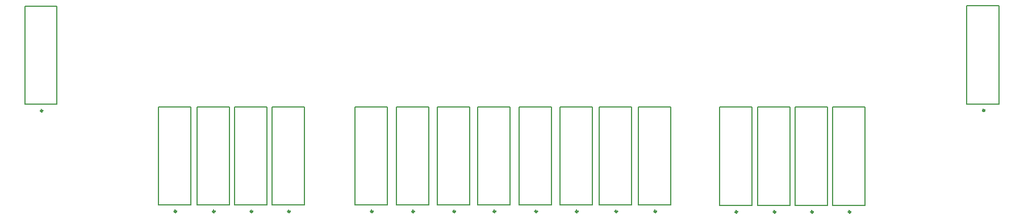
<source format=gbr>
G04 #@! TF.GenerationSoftware,KiCad,Pcbnew,(6.0.5)*
G04 #@! TF.CreationDate,2022-06-02T00:44:05-04:00*
G04 #@! TF.ProjectId,BBB_16,4242425f-3136-42e6-9b69-6361645f7063,v2.1*
G04 #@! TF.SameCoordinates,Original*
G04 #@! TF.FileFunction,Other,ECO2*
%FSLAX46Y46*%
G04 Gerber Fmt 4.6, Leading zero omitted, Abs format (unit mm)*
G04 Created by KiCad (PCBNEW (6.0.5)) date 2022-06-02 00:44:05*
%MOMM*%
%LPD*%
G01*
G04 APERTURE LIST*
%ADD10C,0.127000*%
%ADD11C,0.300000*%
G04 APERTURE END LIST*
D10*
X71882600Y-136638600D02*
X71882600Y-121938600D01*
X76682600Y-136638600D02*
X71882600Y-136638600D01*
X76682600Y-121938600D02*
X76682600Y-136638600D01*
X71882600Y-121938600D02*
X76682600Y-121938600D01*
D11*
X74524020Y-137588600D02*
G75*
G03*
X74524020Y-137588600I-141420J0D01*
G01*
D10*
X96622600Y-151688600D02*
X91822600Y-151688600D01*
X91822600Y-151688600D02*
X91822600Y-136988600D01*
X91822600Y-136988600D02*
X96622600Y-136988600D01*
X96622600Y-136988600D02*
X96622600Y-151688600D01*
D11*
X94464020Y-152638600D02*
G75*
G03*
X94464020Y-152638600I-141420J0D01*
G01*
D10*
X133392600Y-151698600D02*
X133392600Y-136998600D01*
X133392600Y-136998600D02*
X138192600Y-136998600D01*
X138192600Y-136998600D02*
X138192600Y-151698600D01*
X138192600Y-151698600D02*
X133392600Y-151698600D01*
D11*
X136034020Y-152648600D02*
G75*
G03*
X136034020Y-152648600I-141420J0D01*
G01*
D10*
X181153100Y-151763600D02*
X181153100Y-137063600D01*
X181153100Y-137063600D02*
X185953100Y-137063600D01*
X185953100Y-137063600D02*
X185953100Y-151763600D01*
X185953100Y-151763600D02*
X181153100Y-151763600D01*
D11*
X183794520Y-152713600D02*
G75*
G03*
X183794520Y-152713600I-141420J0D01*
G01*
D10*
X97567600Y-137003600D02*
X102367600Y-137003600D01*
X102367600Y-151703600D02*
X97567600Y-151703600D01*
X102367600Y-137003600D02*
X102367600Y-151703600D01*
X97567600Y-151703600D02*
X97567600Y-137003600D01*
D11*
X100209020Y-152653600D02*
G75*
G03*
X100209020Y-152653600I-141420J0D01*
G01*
D10*
X132072600Y-136998600D02*
X132072600Y-151698600D01*
X132072600Y-151698600D02*
X127272600Y-151698600D01*
X127272600Y-151698600D02*
X127272600Y-136998600D01*
X127272600Y-136998600D02*
X132072600Y-136998600D01*
D11*
X129914020Y-152648600D02*
G75*
G03*
X129914020Y-152648600I-141420J0D01*
G01*
D10*
X139393100Y-151698600D02*
X139393100Y-136998600D01*
X144193100Y-136998600D02*
X144193100Y-151698600D01*
X144193100Y-151698600D02*
X139393100Y-151698600D01*
X139393100Y-136998600D02*
X144193100Y-136998600D01*
D11*
X142034520Y-152648600D02*
G75*
G03*
X142034520Y-152648600I-141420J0D01*
G01*
D10*
X150402600Y-136998600D02*
X150402600Y-151698600D01*
X145602600Y-151698600D02*
X145602600Y-136998600D01*
X145602600Y-136998600D02*
X150402600Y-136998600D01*
X150402600Y-151698600D02*
X145602600Y-151698600D01*
D11*
X148244020Y-152648600D02*
G75*
G03*
X148244020Y-152648600I-141420J0D01*
G01*
D10*
X156462600Y-136998600D02*
X156462600Y-151698600D01*
X151662600Y-136998600D02*
X156462600Y-136998600D01*
X156462600Y-151698600D02*
X151662600Y-151698600D01*
X151662600Y-151698600D02*
X151662600Y-136998600D01*
D11*
X154304020Y-152648600D02*
G75*
G03*
X154304020Y-152648600I-141420J0D01*
G01*
D10*
X197129100Y-137063600D02*
X197129100Y-151763600D01*
X197129100Y-151763600D02*
X192329100Y-151763600D01*
X192329100Y-137063600D02*
X197129100Y-137063600D01*
X192329100Y-151763600D02*
X192329100Y-137063600D01*
D11*
X194970520Y-152713600D02*
G75*
G03*
X194970520Y-152713600I-141420J0D01*
G01*
D10*
X125912600Y-151698600D02*
X121112600Y-151698600D01*
X121112600Y-151698600D02*
X121112600Y-136998600D01*
X125912600Y-136998600D02*
X125912600Y-151698600D01*
X121112600Y-136998600D02*
X125912600Y-136998600D01*
D11*
X123754020Y-152648600D02*
G75*
G03*
X123754020Y-152648600I-141420J0D01*
G01*
D10*
X107967600Y-137003600D02*
X107967600Y-151703600D01*
X103167600Y-151703600D02*
X103167600Y-137003600D01*
X103167600Y-137003600D02*
X107967600Y-137003600D01*
X107967600Y-151703600D02*
X103167600Y-151703600D01*
D11*
X105809020Y-152653600D02*
G75*
G03*
X105809020Y-152653600I-141420J0D01*
G01*
D10*
X180247600Y-151763600D02*
X175447600Y-151763600D01*
X175447600Y-137063600D02*
X180247600Y-137063600D01*
X180247600Y-137063600D02*
X180247600Y-151763600D01*
X175447600Y-151763600D02*
X175447600Y-137063600D01*
D11*
X178089020Y-152713600D02*
G75*
G03*
X178089020Y-152713600I-141420J0D01*
G01*
D10*
X157542600Y-151698600D02*
X157542600Y-136998600D01*
X162342600Y-136998600D02*
X162342600Y-151698600D01*
X157542600Y-136998600D02*
X162342600Y-136998600D01*
X162342600Y-151698600D02*
X157542600Y-151698600D01*
D11*
X160184020Y-152648600D02*
G75*
G03*
X160184020Y-152648600I-141420J0D01*
G01*
D10*
X108767600Y-137003600D02*
X113567600Y-137003600D01*
X108767600Y-151703600D02*
X108767600Y-137003600D01*
X113567600Y-151703600D02*
X108767600Y-151703600D01*
X113567600Y-137003600D02*
X113567600Y-151703600D01*
D11*
X111409020Y-152653600D02*
G75*
G03*
X111409020Y-152653600I-141420J0D01*
G01*
D10*
X191541100Y-151763600D02*
X186741100Y-151763600D01*
X186741100Y-151763600D02*
X186741100Y-137063600D01*
X186741100Y-137063600D02*
X191541100Y-137063600D01*
X191541100Y-137063600D02*
X191541100Y-151763600D01*
D11*
X189382520Y-152713600D02*
G75*
G03*
X189382520Y-152713600I-141420J0D01*
G01*
D10*
X168161100Y-151698600D02*
X163361100Y-151698600D01*
X163361100Y-136998600D02*
X168161100Y-136998600D01*
X163361100Y-151698600D02*
X163361100Y-136998600D01*
X168161100Y-136998600D02*
X168161100Y-151698600D01*
D11*
X166002520Y-152648600D02*
G75*
G03*
X166002520Y-152648600I-141420J0D01*
G01*
D10*
X217126000Y-136581800D02*
X212326000Y-136581800D01*
X217126000Y-121881800D02*
X217126000Y-136581800D01*
X212326000Y-121881800D02*
X217126000Y-121881800D01*
X212326000Y-136581800D02*
X212326000Y-121881800D01*
D11*
X214967420Y-137531800D02*
G75*
G03*
X214967420Y-137531800I-141420J0D01*
G01*
M02*

</source>
